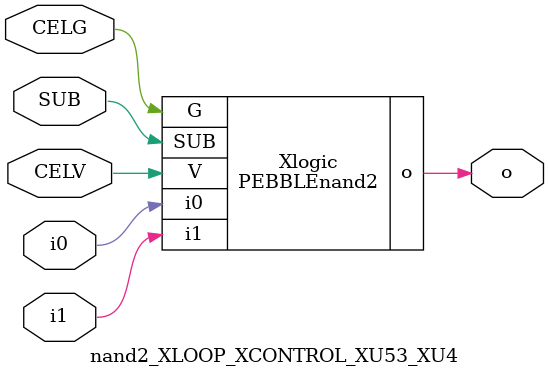
<source format=v>



module PEBBLEnand2 ( o, G, SUB, V, i0, i1 );

  input i0;
  input V;
  input i1;
  input G;
  output o;
  input SUB;
endmodule

//Celera Confidential Do Not Copy nand2_XLOOP_XCONTROL_XU53_XU4
//Celera Confidential Symbol Generator
//5V NAND2
module nand2_XLOOP_XCONTROL_XU53_XU4 (CELV,CELG,i0,i1,o,SUB);
input CELV;
input CELG;
input i0;
input i1;
input SUB;
output o;

//Celera Confidential Do Not Copy nand2
PEBBLEnand2 Xlogic(
.V (CELV),
.i0 (i0),
.i1 (i1),
.o (o),
.SUB (SUB),
.G (CELG)
);
//,diesize,PEBBLEnand2

//Celera Confidential Do Not Copy Module End
//Celera Schematic Generator
endmodule

</source>
